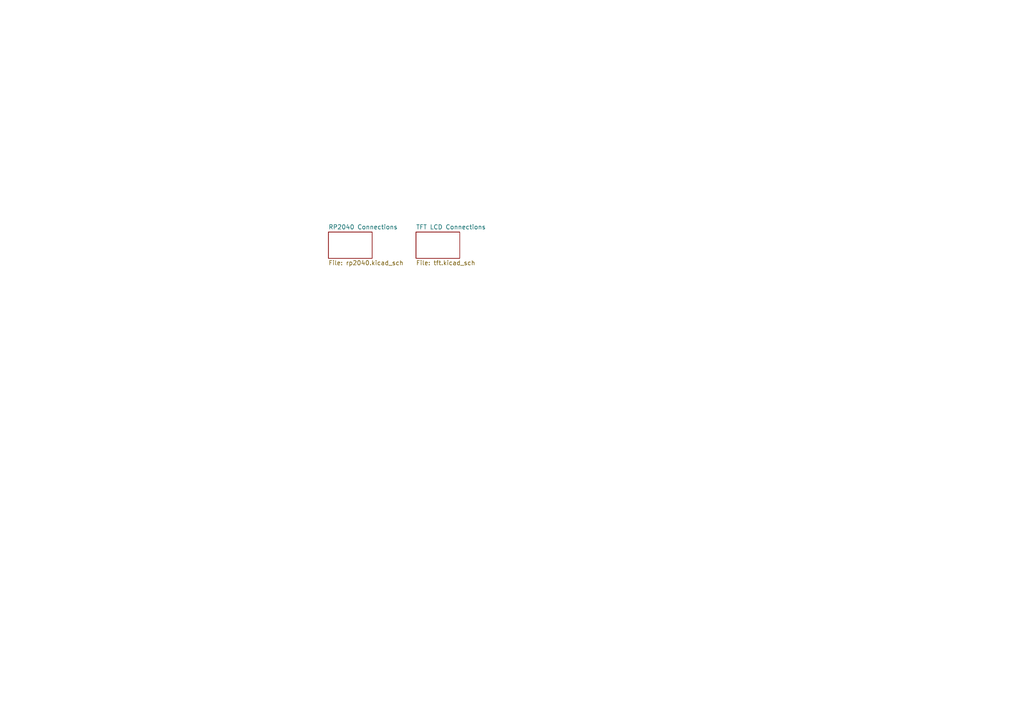
<source format=kicad_sch>
(kicad_sch (version 20230121) (generator eeschema)
  (paper "A4")
  (title_block (date "2023-06-07") (rev "1.0") (company "Ryan Hausmann"))
  (lib_symbols)
  (sheet (at 120.65 67.31) (size 12.7 7.62) (stroke (width 0.1524))
    (property "Sheetname" "TFT LCD Connections" (at 120.65 66.5984 0) (effects (justify left bottom)))
    (property "Sheetfile" "tft.kicad_sch" (at 120.65 75.5146 0) (effects (justify left top)))
  )
  (sheet (at 95.25 67.31) (size 12.7 7.62) (stroke (width 0.1524))
    (property "Sheetname" "RP2040 Connections" (at 95.25 66.5984 0) (effects (justify left bottom)))
    (property "Sheetfile" "rp2040.kicad_sch" (at 95.25 75.5146 0) (effects (justify left top)))
  )
)
</source>
